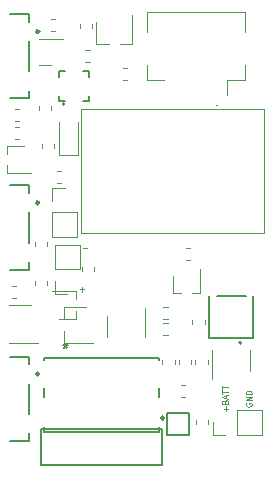
<source format=gbr>
%TF.GenerationSoftware,KiCad,Pcbnew,(5.99.0-8775-g06a515339c)*%
%TF.CreationDate,2021-03-27T00:10:39-04:00*%
%TF.ProjectId,mk2,6d6b322e-6b69-4636-9164-5f7063625858,rev?*%
%TF.SameCoordinates,Original*%
%TF.FileFunction,Legend,Top*%
%TF.FilePolarity,Positive*%
%FSLAX46Y46*%
G04 Gerber Fmt 4.6, Leading zero omitted, Abs format (unit mm)*
G04 Created by KiCad (PCBNEW (5.99.0-8775-g06a515339c)) date 2021-03-27 00:10:39*
%MOMM*%
%LPD*%
G01*
G04 APERTURE LIST*
%ADD10C,0.125000*%
%ADD11C,0.150000*%
%ADD12C,0.120000*%
%ADD13C,0.250000*%
%ADD14C,0.127000*%
%ADD15C,0.100000*%
%ADD16C,0.200000*%
%ADD17C,0.152400*%
G04 APERTURE END LIST*
D10*
X20290476Y-32964285D02*
X19909523Y-32964285D01*
X19835714Y-36690476D02*
X19835714Y-36309523D01*
X20026190Y-36500000D02*
X19645238Y-36500000D01*
X33750000Y-46130952D02*
X33726190Y-46178571D01*
X33726190Y-46250000D01*
X33750000Y-46321428D01*
X33797619Y-46369047D01*
X33845238Y-46392857D01*
X33940476Y-46416666D01*
X34011904Y-46416666D01*
X34107142Y-46392857D01*
X34154761Y-46369047D01*
X34202380Y-46321428D01*
X34226190Y-46250000D01*
X34226190Y-46202380D01*
X34202380Y-46130952D01*
X34178571Y-46107142D01*
X34011904Y-46107142D01*
X34011904Y-46202380D01*
X34226190Y-45892857D02*
X33726190Y-45892857D01*
X34226190Y-45607142D01*
X33726190Y-45607142D01*
X34226190Y-45369047D02*
X33726190Y-45369047D01*
X33726190Y-45250000D01*
X33750000Y-45178571D01*
X33797619Y-45130952D01*
X33845238Y-45107142D01*
X33940476Y-45083333D01*
X34011904Y-45083333D01*
X34107142Y-45107142D01*
X34154761Y-45130952D01*
X34202380Y-45178571D01*
X34226190Y-45250000D01*
X34226190Y-45369047D01*
X32035714Y-46785714D02*
X32035714Y-46404761D01*
X32226190Y-46595238D02*
X31845238Y-46595238D01*
X31964285Y-46000000D02*
X31988095Y-45928571D01*
X32011904Y-45904761D01*
X32059523Y-45880952D01*
X32130952Y-45880952D01*
X32178571Y-45904761D01*
X32202380Y-45928571D01*
X32226190Y-45976190D01*
X32226190Y-46166666D01*
X31726190Y-46166666D01*
X31726190Y-46000000D01*
X31750000Y-45952380D01*
X31773809Y-45928571D01*
X31821428Y-45904761D01*
X31869047Y-45904761D01*
X31916666Y-45928571D01*
X31940476Y-45952380D01*
X31964285Y-46000000D01*
X31964285Y-46166666D01*
X32083333Y-45690476D02*
X32083333Y-45452380D01*
X32226190Y-45738095D02*
X31726190Y-45571428D01*
X32226190Y-45404761D01*
X31726190Y-45309523D02*
X31726190Y-45023809D01*
X32226190Y-45166666D02*
X31726190Y-45166666D01*
X31726190Y-44928571D02*
X31726190Y-44642857D01*
X32226190Y-44785714D02*
X31726190Y-44785714D01*
D11*
%TO.C,J2*%
X18452000Y-41061247D02*
X18452000Y-41299343D01*
X18213904Y-41204105D02*
X18452000Y-41299343D01*
X18690095Y-41204105D01*
X18309142Y-41489819D02*
X18452000Y-41299343D01*
X18594857Y-41489819D01*
X18452000Y-41061247D02*
X18452000Y-41299343D01*
X18213904Y-41204105D02*
X18452000Y-41299343D01*
X18690095Y-41204105D01*
X18309142Y-41489819D02*
X18452000Y-41299343D01*
X18594857Y-41489819D01*
D12*
%TO.C,R2*%
X19890000Y-34628733D02*
X19890000Y-34971267D01*
X20910000Y-34628733D02*
X20910000Y-34971267D01*
%TO.C,Q1*%
X17920000Y-38960000D02*
X19330000Y-38960000D01*
X19330000Y-36640000D02*
X17300000Y-36640000D01*
X19330000Y-36640000D02*
X19330000Y-37300000D01*
X19330000Y-38300000D02*
X19330000Y-38960000D01*
%TO.C,J6*%
X18600000Y-36860000D02*
X17540000Y-36860000D01*
X17540000Y-36860000D02*
X17540000Y-35800000D01*
X17540000Y-34800000D02*
X17540000Y-32740000D01*
X19660000Y-32740000D02*
X17540000Y-32740000D01*
X19660000Y-34800000D02*
X19660000Y-32740000D01*
X19660000Y-34800000D02*
X17540000Y-34800000D01*
%TO.C,R4*%
X27095267Y-39368000D02*
X26752733Y-39368000D01*
X27095267Y-40388000D02*
X26752733Y-40388000D01*
%TO.C,R13*%
X29000267Y-33018000D02*
X28657733Y-33018000D01*
X29000267Y-34038000D02*
X28657733Y-34038000D01*
%TO.C,R14*%
X29208000Y-39071733D02*
X29208000Y-39414267D01*
X30228000Y-39071733D02*
X30228000Y-39414267D01*
D11*
%TO.C,U6*%
X27075000Y-48802000D02*
X27075000Y-46952000D01*
X28925000Y-48802000D02*
X27075000Y-48802000D01*
X27075000Y-46952000D02*
X28925000Y-46952000D01*
X28925000Y-46952000D02*
X28925000Y-48802000D01*
D13*
X26807000Y-47377000D02*
G75*
G03*
X26807000Y-47377000I-125000J0D01*
G01*
D12*
%TO.C,C4*%
X15873000Y-36112267D02*
X15873000Y-35769733D01*
X16893000Y-36112267D02*
X16893000Y-35769733D01*
%TO.C,C9*%
X23666267Y-17778000D02*
X23323733Y-17778000D01*
X23666267Y-18798000D02*
X23323733Y-18798000D01*
%TO.C,C8*%
X20703000Y-14395267D02*
X20703000Y-14052733D01*
X19683000Y-14395267D02*
X19683000Y-14052733D01*
D14*
%TO.C,U4*%
X20447000Y-20574000D02*
X19977000Y-20574000D01*
X20447000Y-20574000D02*
X20447000Y-20104000D01*
X20447000Y-18034000D02*
X19977000Y-18034000D01*
X20447000Y-18034000D02*
X20447000Y-18504000D01*
X17907000Y-20574000D02*
X17907000Y-20104000D01*
X17907000Y-20574000D02*
X18377000Y-20574000D01*
X17907000Y-18034000D02*
X17907000Y-18504000D01*
X17907000Y-18034000D02*
X18377000Y-18034000D01*
D11*
X18352000Y-20804000D02*
G75*
G03*
X18352000Y-20804000I-75000J0D01*
G01*
D12*
%TO.C,R15*%
X14546267Y-23760000D02*
X14203733Y-23760000D01*
X14546267Y-22740000D02*
X14203733Y-22740000D01*
D15*
%TO.C,IC1*%
X35250000Y-21250000D02*
X35250000Y-31750000D01*
X31300000Y-20900000D02*
X31300000Y-20900000D01*
X35250000Y-31750000D02*
X19750000Y-31750000D01*
X19750000Y-31750000D02*
X19750000Y-21250000D01*
X19750000Y-21250000D02*
X35250000Y-21250000D01*
X31200000Y-20900000D02*
X31200000Y-20900000D01*
X31200000Y-20900000D02*
G75*
G02*
X31300000Y-20900000I50000J0D01*
G01*
X31300000Y-20900000D02*
G75*
G02*
X31200000Y-20900000I-50000J0D01*
G01*
D12*
%TO.C,U3*%
X34110000Y-43400000D02*
X34110000Y-41600000D01*
X30890000Y-41600000D02*
X30890000Y-44050000D01*
%TO.C,C10*%
X29490000Y-47923267D02*
X29490000Y-47580733D01*
X30510000Y-47923267D02*
X30510000Y-47580733D01*
%TO.C,D1*%
X18360000Y-39000000D02*
X18360000Y-37950000D01*
X18360000Y-37950000D02*
X20210000Y-37950000D01*
X18360000Y-41000000D02*
X18360000Y-40000000D01*
X18380000Y-41010000D02*
X20810000Y-41010000D01*
%TO.C,Q4*%
X13520000Y-26660000D02*
X13520000Y-26000000D01*
X13520000Y-25000000D02*
X13520000Y-24340000D01*
X14930000Y-24340000D02*
X13520000Y-24340000D01*
X13520000Y-26660000D02*
X15550000Y-26660000D01*
%TO.C,C20*%
X28546267Y-44617000D02*
X28203733Y-44617000D01*
X28546267Y-45637000D02*
X28203733Y-45637000D01*
%TO.C,U5*%
X22012000Y-38724000D02*
X22012000Y-40524000D01*
X25232000Y-40524000D02*
X25232000Y-38074000D01*
%TO.C,D2*%
X24116000Y-15662000D02*
X24116000Y-13232000D01*
X21056000Y-15682000D02*
X21056000Y-13832000D01*
X22106000Y-15682000D02*
X21056000Y-15682000D01*
X24106000Y-15682000D02*
X23106000Y-15682000D01*
D11*
%TO.C,SW2*%
X15375000Y-13175000D02*
X15375000Y-13825000D01*
X15375000Y-15475000D02*
X15375000Y-18025000D01*
X13775000Y-20325000D02*
X15375000Y-20325000D01*
X15375000Y-19675000D02*
X15375000Y-20325000D01*
X13775000Y-13175000D02*
X15375000Y-13175000D01*
D13*
X16220000Y-14650000D02*
G75*
G03*
X16220000Y-14650000I-125000J0D01*
G01*
D12*
%TO.C,J1*%
X25350000Y-18800000D02*
X25350000Y-17460000D01*
X32160000Y-18800000D02*
X32160000Y-20000000D01*
X26840000Y-18800000D02*
X25350000Y-18800000D01*
X25350000Y-13000000D02*
X25350000Y-14740000D01*
X33650000Y-18800000D02*
X33650000Y-17460000D01*
X32160000Y-18800000D02*
X33650000Y-18800000D01*
X33650000Y-14740000D02*
X33650000Y-13000000D01*
X33650000Y-13000000D02*
X25350000Y-13000000D01*
%TO.C,R9*%
X30482000Y-42500733D02*
X30482000Y-42843267D01*
X29462000Y-42500733D02*
X29462000Y-42843267D01*
D14*
%TO.C,J4*%
X34350000Y-37025000D02*
X34350000Y-40625000D01*
X30650000Y-40625000D02*
X30650000Y-37025000D01*
X33700000Y-37025000D02*
X31300000Y-37025000D01*
X34350000Y-40625000D02*
X30650000Y-40625000D01*
D16*
X33350000Y-41002000D02*
G75*
G03*
X33350000Y-41002000I-100000J0D01*
G01*
D12*
%TO.C,C2*%
X17510000Y-24203733D02*
X17510000Y-24546267D01*
X16490000Y-24203733D02*
X16490000Y-24546267D01*
%TO.C,C5*%
X20148733Y-17274000D02*
X20491267Y-17274000D01*
X20148733Y-16254000D02*
X20491267Y-16254000D01*
%TO.C,BT1*%
X32000000Y-48810000D02*
X30940000Y-48810000D01*
X33000000Y-48810000D02*
X35060000Y-48810000D01*
X35060000Y-48810000D02*
X35060000Y-46690000D01*
X30940000Y-48810000D02*
X30940000Y-47750000D01*
X33000000Y-48810000D02*
X33000000Y-46690000D01*
X33000000Y-46690000D02*
X35060000Y-46690000D01*
D11*
%TO.C,SW4*%
X15375000Y-48675000D02*
X15375000Y-49325000D01*
X13775000Y-42175000D02*
X15375000Y-42175000D01*
X15375000Y-42175000D02*
X15375000Y-42825000D01*
X15375000Y-44475000D02*
X15375000Y-47025000D01*
X13775000Y-49325000D02*
X15375000Y-49325000D01*
D13*
X16220000Y-43650000D02*
G75*
G03*
X16220000Y-43650000I-125000J0D01*
G01*
D12*
%TO.C,C6*%
X17570267Y-13587000D02*
X17227733Y-13587000D01*
X17570267Y-14607000D02*
X17227733Y-14607000D01*
%TO.C,Q3*%
X29862000Y-36798000D02*
X29202000Y-36798000D01*
X29862000Y-36798000D02*
X29862000Y-34768000D01*
X28202000Y-36798000D02*
X27542000Y-36798000D01*
X27542000Y-35388000D02*
X27542000Y-36798000D01*
%TO.C,U1*%
X17253000Y-17493000D02*
X16253000Y-17493000D01*
X18253000Y-15273000D02*
X16253000Y-15273000D01*
%TO.C,Y1*%
X17950000Y-25150000D02*
X19550000Y-25150000D01*
X17950000Y-22300000D02*
X17950000Y-25150000D01*
X19550000Y-25150000D02*
X19550000Y-22300000D01*
D17*
%TO.C,J2*%
X26376800Y-45604451D02*
X26376800Y-44826082D01*
X16623200Y-48543067D02*
X26376800Y-48543067D01*
X26376800Y-42506050D02*
X26376800Y-42294667D01*
X26605400Y-48289067D02*
X16394600Y-48289067D01*
X16623200Y-48127683D02*
X16623200Y-48543067D01*
X16623200Y-42294667D02*
X16623200Y-42506050D01*
X16623200Y-44826082D02*
X16623200Y-45604451D01*
X16394600Y-48289067D02*
X16394600Y-51337067D01*
X26376800Y-42294667D02*
X16623200Y-42294667D01*
X26376800Y-48543067D02*
X26376800Y-48127683D01*
X26605400Y-51337067D02*
X26605400Y-48289067D01*
X16394600Y-51337067D02*
X26605400Y-51337067D01*
D12*
%TO.C,C7*%
X15873000Y-32467733D02*
X15873000Y-32810267D01*
X16893000Y-32467733D02*
X16893000Y-32810267D01*
%TO.C,R3*%
X27095267Y-38991000D02*
X26752733Y-38991000D01*
X27095267Y-37971000D02*
X26752733Y-37971000D01*
%TO.C,R11*%
X27688000Y-42843267D02*
X27688000Y-42500733D01*
X26668000Y-42843267D02*
X26668000Y-42500733D01*
%TO.C,R16*%
X14546267Y-22260000D02*
X14203733Y-22260000D01*
X14546267Y-21240000D02*
X14203733Y-21240000D01*
%TO.C,C3*%
X18046267Y-26490000D02*
X17703733Y-26490000D01*
X18046267Y-27510000D02*
X17703733Y-27510000D01*
D11*
%TO.C,SW1*%
X15375000Y-34175000D02*
X15375000Y-34825000D01*
X15375000Y-29975000D02*
X15375000Y-32525000D01*
X15375000Y-27675000D02*
X15375000Y-28325000D01*
X13775000Y-34825000D02*
X15375000Y-34825000D01*
X13775000Y-27675000D02*
X15375000Y-27675000D01*
D13*
X16220000Y-29150000D02*
G75*
G03*
X16220000Y-29150000I-125000J0D01*
G01*
D12*
%TO.C,J3*%
X17355000Y-27912000D02*
X18415000Y-27912000D01*
X19475000Y-29972000D02*
X19475000Y-32032000D01*
X17355000Y-29972000D02*
X17355000Y-32032000D01*
X17355000Y-29972000D02*
X19475000Y-29972000D01*
X17355000Y-32032000D02*
X19475000Y-32032000D01*
X17355000Y-28972000D02*
X17355000Y-27912000D01*
%TO.C,R12*%
X29085000Y-42843267D02*
X29085000Y-42500733D01*
X28065000Y-42843267D02*
X28065000Y-42500733D01*
%TO.C,U2*%
X15500000Y-37840000D02*
X13700000Y-37840000D01*
X13700000Y-41060000D02*
X16150000Y-41060000D01*
%TO.C,L1*%
X13953733Y-36240000D02*
X14296267Y-36240000D01*
X13953733Y-37260000D02*
X14296267Y-37260000D01*
%TO.C,C1*%
X16240000Y-20953733D02*
X16240000Y-21296267D01*
X17260000Y-20953733D02*
X17260000Y-21296267D01*
%TD*%
M02*

</source>
